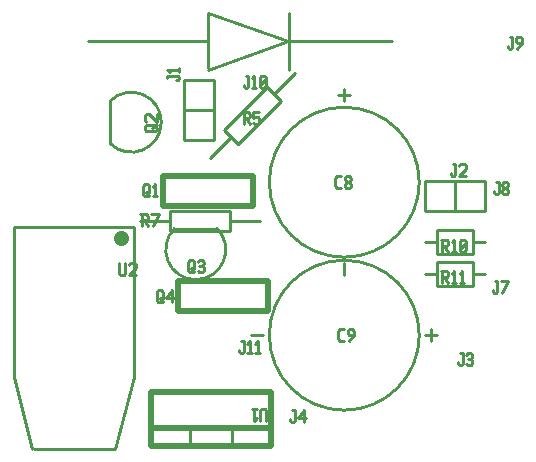
<source format=gto>
G04 start of page 13 for group -4079 idx -4079 *
G04 Title: (unknown), topsilk *
G04 Creator: pcb-gtk 20140316 *
G04 CreationDate: Tue 27 Oct 2015 07:07:31 AM GMT UTC *
G04 For: janik *
G04 Format: Gerber/RS-274X *
G04 PCB-Dimensions (mm): 45.72 38.10 *
G04 PCB-Coordinate-Origin: lower left *
%MOMM*%
%FSLAX43Y43*%
%LNGTO*%
%ADD181C,0.250*%
%ADD180C,1.270*%
%ADD179C,0.508*%
%ADD178C,0.254*%
G54D178*X24638Y37973D02*Y33147D01*
X17780Y37973D02*X24613Y35560D01*
X17780Y37973D02*Y33274D01*
X24613Y35560D02*X17780Y33147D01*
X7620Y35560D02*X17805D01*
X24638D02*X33401D01*
X18288Y32258D02*Y27178D01*
X15748Y32258D02*X18288D01*
X15748D02*Y27178D01*
X18288D01*
X15748Y29718D02*X18288D01*
X15748D02*Y27178D01*
X9525Y30480D02*Y26924D01*
X9507Y26906D02*G75*G03X9507Y30498I1796J1796D01*G01*
X23352Y31078D02*X25149Y32874D01*
X17964Y25690D02*X19760Y27486D01*
X20353Y26893D02*X23945Y30485D01*
X19168Y28078D02*X20353Y26893D01*
X19168Y28078D02*X22760Y31670D01*
X23945Y30485D01*
G54D179*X13970Y24130D02*X21590D01*
Y21590D01*
X13970D01*
Y24130D01*
G54D178*X12065Y20320D02*X14605D01*
X19685D02*X22225D01*
X14605Y21158D02*X19685D01*
Y19482D01*
X14605D01*
Y21158D01*
X36195Y23749D02*X41275D01*
X36195D02*Y21209D01*
X41275D01*
Y23749D02*Y21209D01*
X38735Y23749D02*Y21209D01*
X41275D01*
X36195Y18542D02*X37211D01*
Y19558D02*Y17526D01*
Y19558D02*X40259D01*
Y17526D01*
X37211D02*X40259D01*
Y18542D02*X41275D01*
X36195Y15875D02*X37211D01*
Y16891D02*Y14859D01*
Y16891D02*X40259D01*
Y14859D01*
X37211D02*X40259D01*
Y15875D02*X41275D01*
X36195Y10668D02*X37211D01*
X36703Y11176D02*Y10160D01*
X21463Y10668D02*X22479D01*
X35687D02*G75*G03X35687Y10668I-6350J0D01*G01*
X29337Y31496D02*Y30480D01*
X28829Y30988D02*X29845D01*
X29337Y16764D02*Y15748D01*
Y29972D02*G75*G03X29337Y29972I0J-6350D01*G01*
G54D179*X12954Y1270D02*X23114D01*
X12954Y5842D02*Y1270D01*
Y5842D02*X23114D01*
Y1270D01*
X12954D02*X23114D01*
X12954Y2794D02*Y1270D01*
Y2794D02*X23114D01*
Y1270D01*
G54D178*X19812Y2794D02*Y1270D01*
X16256Y2794D02*Y1270D01*
G54D180*X10438Y18896D02*Y18896D01*
G54D178*X2921Y991D02*X1397Y7087D01*
X9906Y991D02*X11557Y7087D01*
Y19787D02*Y7087D01*
X3048Y991D02*X9906D01*
X1397Y19787D02*Y7087D01*
Y19787D02*X11557D01*
G54D179*X15240Y15240D02*X22860D01*
Y12700D01*
X15240D02*X22860D01*
X15240Y15240D02*Y12700D01*
G54D178*X14986Y19685D02*X18542D01*
X14968Y19703D02*G75*G03X18560Y19703I1796J-1796D01*G01*
G54D181*X14351Y32639D02*Y32436D01*
Y32639D02*X15240D01*
X15367Y32512D02*X15240Y32639D01*
X15367Y32512D02*Y32385D01*
X15240Y32258D02*X15367Y32385D01*
X15113Y32258D02*X15240D01*
X14554Y32944D02*X14351Y33147D01*
X15367D01*
Y33325D02*Y32944D01*
X21006Y32639D02*X21209D01*
Y31750D01*
X21082Y31623D02*X21209Y31750D01*
X20955Y31623D02*X21082D01*
X20828Y31750D02*X20955Y31623D01*
X20828Y31877D02*Y31750D01*
X21514Y32436D02*X21717Y32639D01*
Y31623D01*
X21514D02*X21895D01*
X22200Y31750D02*X22327Y31623D01*
X22200Y32512D02*Y31750D01*
Y32512D02*X22327Y32639D01*
X22581D01*
X22708Y32512D01*
Y31750D01*
X22581Y31623D02*X22708Y31750D01*
X22327Y31623D02*X22581D01*
X22200Y31877D02*X22708Y32385D01*
X20701Y29540D02*X21209D01*
X21336Y29413D01*
Y29159D01*
X21209Y29032D02*X21336Y29159D01*
X20828Y29032D02*X21209D01*
X20828Y29540D02*Y28524D01*
X21031Y29032D02*X21336Y28524D01*
X21641Y29540D02*X22149D01*
X21641D02*Y29032D01*
X21768Y29159D01*
X22022D01*
X22149Y29032D01*
Y28651D01*
X22022Y28524D02*X22149Y28651D01*
X21768Y28524D02*X22022D01*
X21641Y28651D02*X21768Y28524D01*
X12573Y27940D02*X13335D01*
X12573D02*X12446Y28067D01*
Y28321D02*Y28067D01*
Y28321D02*X12573Y28448D01*
X13208D01*
X13462Y28194D02*X13208Y28448D01*
X13462Y28194D02*Y28067D01*
X13335Y27940D02*X13462Y28067D01*
X13081Y28194D02*X13462Y28448D01*
X12573Y28753D02*X12446Y28880D01*
Y29261D02*Y28880D01*
Y29261D02*X12573Y29388D01*
X12827D01*
X13462Y28753D02*X12827Y29388D01*
X13462D02*Y28753D01*
X12319Y23320D02*Y22558D01*
Y23320D02*X12446Y23447D01*
X12700D01*
X12827Y23320D01*
Y22685D01*
X12573Y22431D02*X12827Y22685D01*
X12446Y22431D02*X12573D01*
X12319Y22558D02*X12446Y22431D01*
X12573Y22812D02*X12827Y22431D01*
X13132Y23244D02*X13335Y23447D01*
Y22431D01*
X13132D02*X13513D01*
X10287Y16764D02*Y15875D01*
X10414Y15748D01*
X10668D01*
X10795Y15875D01*
Y16764D02*Y15875D01*
X11100Y16637D02*X11227Y16764D01*
X11608D01*
X11735Y16637D01*
Y16383D01*
X11100Y15748D02*X11735Y16383D01*
X11100Y15748D02*X11735D01*
X13462Y14351D02*Y13589D01*
Y14351D02*X13589Y14478D01*
X13843D01*
X13970Y14351D01*
Y13716D01*
X13716Y13462D02*X13970Y13716D01*
X13589Y13462D02*X13716D01*
X13462Y13589D02*X13589Y13462D01*
X13716Y13843D02*X13970Y13462D01*
X14275Y13843D02*X14783Y14478D01*
X14275Y13843D02*X14910D01*
X14783Y14478D02*Y13462D01*
X16129Y16891D02*Y16129D01*
Y16891D02*X16256Y17018D01*
X16510D01*
X16637Y16891D01*
Y16256D01*
X16383Y16002D02*X16637Y16256D01*
X16256Y16002D02*X16383D01*
X16129Y16129D02*X16256Y16002D01*
X16383Y16383D02*X16637Y16002D01*
X16942Y16891D02*X17069Y17018D01*
X17323D01*
X17450Y16891D01*
X17323Y16002D02*X17450Y16129D01*
X17069Y16002D02*X17323D01*
X16942Y16129D02*X17069Y16002D01*
Y16561D02*X17323D01*
X17450Y16891D02*Y16688D01*
Y16434D02*Y16129D01*
Y16434D02*X17323Y16561D01*
X17450Y16688D02*X17323Y16561D01*
X12065Y20904D02*X12573D01*
X12700Y20777D01*
Y20523D01*
X12573Y20396D02*X12700Y20523D01*
X12192Y20396D02*X12573D01*
X12192Y20904D02*Y19888D01*
X12395Y20396D02*X12700Y19888D01*
X13132D02*X13640Y20904D01*
X13005D02*X13640D01*
X20625Y10160D02*X20828D01*
Y9271D01*
X20701Y9144D02*X20828Y9271D01*
X20574Y9144D02*X20701D01*
X20447Y9271D02*X20574Y9144D01*
X20447Y9398D02*Y9271D01*
X21133Y9957D02*X21336Y10160D01*
Y9144D01*
X21133D02*X21514D01*
X21819Y9957D02*X22022Y10160D01*
Y9144D01*
X21819D02*X22200D01*
X22733Y4318D02*Y3429D01*
Y4318D02*X22606Y4445D01*
X22352D02*X22606D01*
X22352D02*X22225Y4318D01*
Y3429D01*
X21920Y3632D02*X21717Y3429D01*
Y4445D02*Y3429D01*
X21539Y4445D02*X21920D01*
X24943Y4318D02*X25146D01*
Y3429D01*
X25019Y3302D02*X25146Y3429D01*
X24892Y3302D02*X25019D01*
X24765Y3429D02*X24892Y3302D01*
X24765Y3556D02*Y3429D01*
X25451Y3683D02*X25959Y4318D01*
X25451Y3683D02*X26086D01*
X25959Y4318D02*Y3302D01*
X29007Y10160D02*X29337D01*
X28829Y10338D02*X29007Y10160D01*
X28829Y10998D02*Y10338D01*
Y10998D02*X29007Y11176D01*
X29337D01*
X29769Y10160D02*X30150Y10668D01*
Y11049D02*Y10668D01*
X30023Y11176D02*X30150Y11049D01*
X29769Y11176D02*X30023D01*
X29642Y11049D02*X29769Y11176D01*
X29642Y11049D02*Y10795D01*
X29769Y10668D01*
X30150D01*
X28753Y23114D02*X29083D01*
X28575Y23292D02*X28753Y23114D01*
X28575Y23952D02*Y23292D01*
Y23952D02*X28753Y24130D01*
X29083D01*
X29388Y23241D02*X29515Y23114D01*
X29388Y23444D02*Y23241D01*
Y23444D02*X29566Y23622D01*
X29718D01*
X29896Y23444D01*
Y23241D01*
X29769Y23114D02*X29896Y23241D01*
X29515Y23114D02*X29769D01*
X29388Y23800D02*X29566Y23622D01*
X29388Y24003D02*Y23800D01*
Y24003D02*X29515Y24130D01*
X29769D01*
X29896Y24003D01*
Y23800D01*
X29718Y23622D02*X29896Y23800D01*
X42088Y15240D02*X42291D01*
Y14351D01*
X42164Y14224D02*X42291Y14351D01*
X42037Y14224D02*X42164D01*
X41910Y14351D02*X42037Y14224D01*
X41910Y14478D02*Y14351D01*
X42723Y14224D02*X43231Y15240D01*
X42596D02*X43231D01*
X37490Y18745D02*X37998D01*
X38125Y18618D01*
Y18364D01*
X37998Y18237D02*X38125Y18364D01*
X37617Y18237D02*X37998D01*
X37617Y18745D02*Y17729D01*
X37821Y18237D02*X38125Y17729D01*
X38430Y18542D02*X38633Y18745D01*
Y17729D01*
X38430D02*X38811D01*
X39116Y17856D02*X39243Y17729D01*
X39116Y18618D02*Y17856D01*
Y18618D02*X39243Y18745D01*
X39497D01*
X39624Y18618D01*
Y17856D01*
X39497Y17729D02*X39624Y17856D01*
X39243Y17729D02*X39497D01*
X39116Y17983D02*X39624Y18491D01*
X37490Y16078D02*X37998D01*
X38125Y15951D01*
Y15697D01*
X37998Y15570D02*X38125Y15697D01*
X37617Y15570D02*X37998D01*
X37617Y16078D02*Y15062D01*
X37821Y15570D02*X38125Y15062D01*
X38430Y15875D02*X38633Y16078D01*
Y15062D01*
X38430D02*X38811D01*
X39116Y15875D02*X39319Y16078D01*
Y15062D01*
X39116D02*X39497D01*
X42215Y23622D02*X42418D01*
Y22733D01*
X42291Y22606D02*X42418Y22733D01*
X42164Y22606D02*X42291D01*
X42037Y22733D02*X42164Y22606D01*
X42037Y22860D02*Y22733D01*
X42723D02*X42850Y22606D01*
X42723Y22936D02*Y22733D01*
Y22936D02*X42901Y23114D01*
X43053D01*
X43231Y22936D01*
Y22733D01*
X43104Y22606D02*X43231Y22733D01*
X42850Y22606D02*X43104D01*
X42723Y23292D02*X42901Y23114D01*
X42723Y23495D02*Y23292D01*
Y23495D02*X42850Y23622D01*
X43104D01*
X43231Y23495D01*
Y23292D01*
X43053Y23114D02*X43231Y23292D01*
X38532Y25146D02*X38735D01*
Y24257D01*
X38608Y24130D02*X38735Y24257D01*
X38481Y24130D02*X38608D01*
X38354Y24257D02*X38481Y24130D01*
X38354Y24384D02*Y24257D01*
X39040Y25019D02*X39167Y25146D01*
X39548D01*
X39675Y25019D01*
Y24765D01*
X39040Y24130D02*X39675Y24765D01*
X39040Y24130D02*X39675D01*
X43358Y35941D02*X43561D01*
Y35052D01*
X43434Y34925D02*X43561Y35052D01*
X43307Y34925D02*X43434D01*
X43180Y35052D02*X43307Y34925D01*
X43180Y35179D02*Y35052D01*
X43993Y34925D02*X44374Y35433D01*
Y35814D02*Y35433D01*
X44247Y35941D02*X44374Y35814D01*
X43993Y35941D02*X44247D01*
X43866Y35814D02*X43993Y35941D01*
X43866Y35814D02*Y35560D01*
X43993Y35433D01*
X44374D01*
X39167Y9144D02*X39370D01*
Y8255D01*
X39243Y8128D02*X39370Y8255D01*
X39116Y8128D02*X39243D01*
X38989Y8255D02*X39116Y8128D01*
X38989Y8382D02*Y8255D01*
X39675Y9017D02*X39802Y9144D01*
X40056D01*
X40183Y9017D01*
X40056Y8128D02*X40183Y8255D01*
X39802Y8128D02*X40056D01*
X39675Y8255D02*X39802Y8128D01*
Y8687D02*X40056D01*
X40183Y9017D02*Y8814D01*
Y8560D02*Y8255D01*
Y8560D02*X40056Y8687D01*
X40183Y8814D02*X40056Y8687D01*
M02*

</source>
